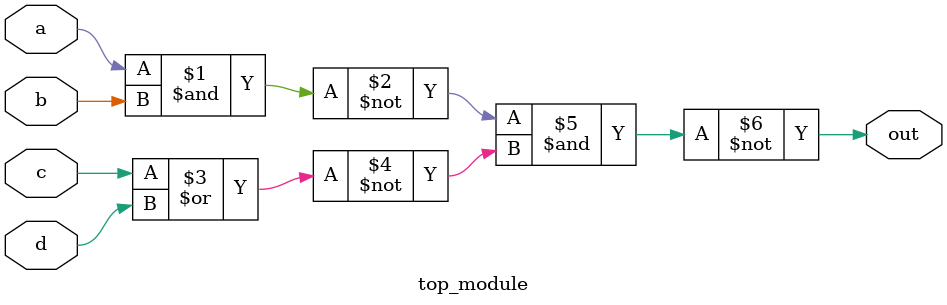
<source format=sv>
module top_module (
	input a, 
	input b,
	input c,
	input d,
	output out
);

  assign out = ~(~(a & b) & ~(c | d));
  
endmodule

</source>
